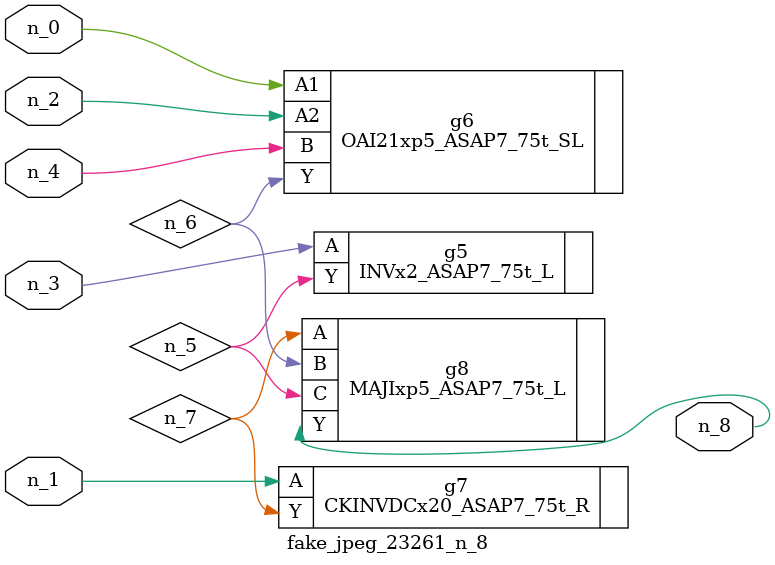
<source format=v>
module fake_jpeg_23261_n_8 (n_3, n_2, n_1, n_0, n_4, n_8);

input n_3;
input n_2;
input n_1;
input n_0;
input n_4;

output n_8;

wire n_6;
wire n_5;
wire n_7;

INVx2_ASAP7_75t_L g5 ( 
.A(n_3),
.Y(n_5)
);

OAI21xp5_ASAP7_75t_SL g6 ( 
.A1(n_0),
.A2(n_2),
.B(n_4),
.Y(n_6)
);

CKINVDCx20_ASAP7_75t_R g7 ( 
.A(n_1),
.Y(n_7)
);

MAJIxp5_ASAP7_75t_L g8 ( 
.A(n_7),
.B(n_6),
.C(n_5),
.Y(n_8)
);


endmodule
</source>
